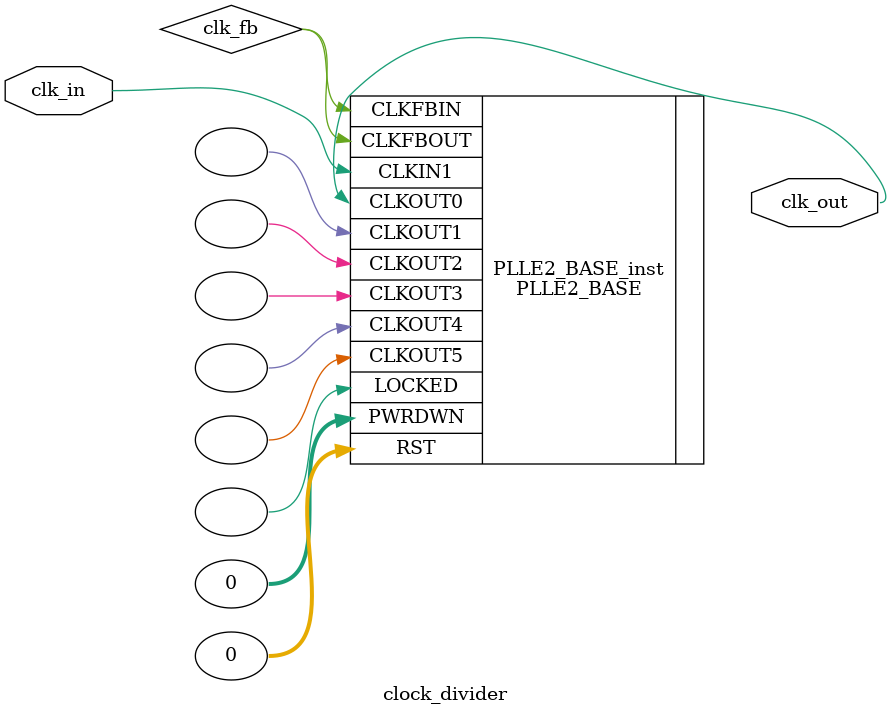
<source format=sv>

module clock_divider #(
    parameter DIVIDE = 2
) (
    input logic clk_in,
    output logic clk_out
);

  logic clk_fb;


// PLLE2_BASE: Base Phase Locked Loop (PLL)

PLLE2_BASE #(
   .CLKFBOUT_MULT(5),        // Multiply value for all CLKOUT, (2-64)
   .CLKOUT0_DIVIDE(DIVIDE)
)
PLLE2_BASE_inst (
   .CLKOUT0(clk_out),   // 1-bit output: CLKOUT0
   .CLKOUT1(),   // 1-bit output: CLKOUT1
   .CLKOUT2(),   // 1-bit output: CLKOUT2
   .CLKOUT3(),   // 1-bit output: CLKOUT3
   .CLKOUT4(),   // 1-bit output: CLKOUT4
   .CLKOUT5(),   // 1-bit output: CLKOUT5

   // Feedback Clocks: 1-bit (each) output: Clock feedback ports
   .CLKFBOUT(clk_fb), // 1-bit output: Feedback clock
   .LOCKED(),     // 1-bit output: LOCK
   .CLKIN1(clk_in),     // 1-bit input: Input clock

   // Control Ports: 1-bit (each) input: PLL control ports
   .PWRDWN(0),     // 1-bit input: Power-down
   .RST(0),           // 1-bit input: Reset

   // Feedback Clocks: 1-bit (each) input: Clock feedback ports
   .CLKFBIN(clk_fb)    // 1-bit input: Feedback clock
);

endmodule

</source>
